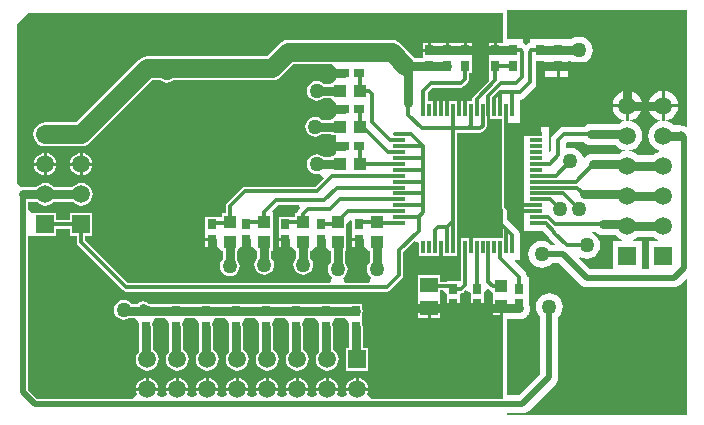
<source format=gtl>
%FSTAX43Y43*%
%MOMM*%
%SFA1B1*%

%IPPOS*%
%ADD10R,0.899998X0.699999*%
%ADD11R,0.699999X0.899998*%
%ADD12R,0.999998X1.099998*%
%ADD13R,1.499997X1.299997*%
%ADD14R,0.299999X1.099998*%
%ADD15R,1.099998X0.299999*%
%ADD16R,1.099998X0.999998*%
%ADD17O,1.099998X0.299999*%
%ADD18C,0.499999*%
%ADD19C,0.299999*%
%ADD20C,0.799998*%
%ADD21C,1.599997*%
%ADD22C,1.499997*%
%ADD23R,1.499997X1.499997*%
%ADD24C,1.269997*%
%LNpcb2-1*%
%LPD*%
G36*
X0098605Y0069952D02*
X0098824Y0069861D01*
X0099059Y006983*
X0100115*
X0100199Y0069719*
X0100461Y0069519*
X0100638Y0069446*
X0100613Y0069321*
X0099841*
Y0066922*
X0097975*
X0097046Y0067852*
X0097117Y0067957*
X0097366Y0067854*
X0097662Y0067815*
X0097958Y0067854*
X0098234Y0067969*
X0098471Y0068151*
X0098653Y0068388*
X0098768Y0068664*
X0098807Y006896*
X0098768Y0069256*
X0098653Y0069532*
X0098471Y0069769*
X0098234Y0069951*
X0097978Y0070058*
X0097958Y0070066*
X0097959Y0070082*
X0098435*
X0098605Y0069952*
G37*
G36*
X0089464Y0079658D02*
X009048D01*
Y0078782*
X0090446Y0078612*
X009048Y0078442*
Y0072229*
X0090507Y0072092*
X009055Y0072029*
Y0069558*
X0087964*
Y0068808*
X008771*
Y0069558*
X0086964*
Y0068808*
Y0068058*
X008698*
Y0065942*
X0086909*
X0085809*
Y0065888*
X0085277*
Y0066442*
X0083377*
Y0064896*
Y0064742*
Y0064542*
Y0063819*
X0085277*
Y0064388*
Y0064542*
Y006457*
Y0064642*
Y0064742*
Y0064896*
Y0065174*
X0085455*
X0085809Y0064821*
Y0064642*
Y0064119*
X0086909*
Y0064288*
Y0064416*
Y0064642*
Y0064835*
X0087009Y0064935*
X0087146Y0064962*
X0087261Y006504*
X0087379Y0065157*
X0087841Y0064966*
Y0064642*
Y0064119*
X0088941*
Y0064288*
Y0064416*
Y0064642*
Y0064742*
Y0064773*
Y0064989*
Y0064996*
X0089323Y0065234*
X0089723Y0064967*
Y0064742*
Y0064542*
Y0063919*
X0090423*
Y0063792*
X009055*
Y0063042*
Y0055957*
X0079494*
X0079247Y0056146*
X0079095Y0056373*
X0079157Y005652*
X0079172Y0056641*
X007729*
X0077305Y005652*
X0077367Y0056373*
X0077246Y0056192*
X0076961Y0056145*
X0076676Y0056192*
X0076555Y0056373*
X0076617Y005652*
X0076632Y0056641*
X007475*
X0074765Y005652*
X0074827Y0056373*
X0074706Y0056192*
X0074421Y0056145*
X0074136Y0056192*
X0074015Y0056373*
X0074077Y005652*
X0074092Y0056641*
X007221*
X0072225Y005652*
X0072287Y0056373*
X0072166Y0056192*
X0071881Y0056145*
X0071596Y0056192*
X0071475Y0056373*
X0071537Y005652*
X0071552Y0056641*
X006967*
X0069685Y005652*
X0069747Y0056373*
X0069626Y0056192*
X0069341Y0056145*
X0069056Y0056192*
X0068935Y0056373*
X0068997Y005652*
X0069012Y0056641*
X006713*
X0067145Y005652*
X0067207Y0056373*
X0067086Y0056192*
X0066801Y0056145*
X0066516Y0056192*
X0066395Y0056373*
X0066457Y005652*
X0066472Y0056641*
X006459*
X0064605Y005652*
X0064667Y0056373*
X0064546Y0056192*
X0064261Y0056145*
X0063976Y0056192*
X0063855Y0056373*
X0063917Y005652*
X0063932Y0056641*
X006205*
X0062065Y005652*
X0062127Y0056373*
X0062006Y0056192*
X0061721Y0056145*
X0061436Y0056192*
X0061315Y0056373*
X0061377Y005652*
X0061392Y0056641*
X005951*
X0059525Y005652*
X0059587Y0056373*
X0059435Y0056146*
X0059188Y0055957*
X0051116*
X0050369Y0056704*
Y0069788*
X0050865*
X0052765*
Y0070381*
X0053913*
Y0069788*
X0054506*
Y0069214*
X0054533Y0069077*
X0054611Y0068962*
X0058421Y0065152*
X0058536Y0065074*
X0058673Y0065047*
X0080771*
X0080908Y0065074*
X0081023Y0065152*
X0082039Y0066168*
X0082117Y0066283*
X0082144Y006642*
Y0068431*
X0083025Y0069312*
X0083487Y0069121*
Y0068058*
X008521*
Y0068808*
X0085464*
Y0068058*
X008671*
Y0068808*
Y0069558*
X0086694*
Y0078509*
X0088645*
X0088782Y0078536*
X0088897Y0078614*
X0089089Y0078806*
X0089167Y0078921*
X0089194Y0079058*
Y0079658*
X008921*
Y0080408*
X0089464*
Y0079658*
G37*
G36*
X0077808Y0071023D02*
Y0070457D01*
Y0070103*
Y006958*
X0078358*
Y0069453*
X0078485*
Y0068803*
X0078908*
X0079182Y0068503*
X0079262*
X007927*
Y0067502*
X0079153Y0067349*
X0079068Y0067146*
X007904Y0066928*
X0079068Y006671*
X0079153Y0066507*
X0079286Y0066332*
X0079414Y0066234*
X0079254Y0065761*
X0077208*
X0077048Y0066234*
X0077176Y0066332*
X0077309Y0066507*
X0077394Y006671*
X0077422Y0066928*
X0077394Y0067146*
X0077309Y0067349*
X0077192Y0067502*
Y0068503*
X007728*
Y0069849*
Y0070003*
Y0070031*
Y0070103*
Y0070203*
Y0070357*
Y0070792*
X0077696Y007107*
X0077808Y0071023*
G37*
G36*
X0103509Y0069519D02*
X0103686Y0069446D01*
X0103661Y0069321*
X0102889*
Y0066922*
X0102341*
Y0069321*
X0101569*
X0101544Y0069446*
X0101721Y0069519*
X0101961Y0069703*
X0103269*
X0103509Y0069519*
G37*
G36*
X0106171Y0079057D02*
X0106057Y0079001D01*
X0106041Y0079013*
X0105859Y0079089*
X0105798Y0079097*
X0105771Y0079108*
X0105536Y0079139*
X0105009*
X0104769Y0079323*
X0104465Y0079449*
X0104139Y0079492*
X0103813Y0079449*
X0103509Y0079323*
X0103247Y0079123*
X0103047Y0078861*
X0102921Y0078557*
X0102878Y0078231*
X0102921Y0077905*
X0103047Y0077601*
X0103247Y0077339*
X0103509Y0077139*
X0103785Y0077024*
Y0076897*
X0103509Y0076783*
X0103269Y0076599*
X0101961*
X0101721Y0076783*
X0101417Y0076909*
X0101091Y0076952*
X0100765Y0076909*
X0100461Y0076783*
X0100386Y0076726*
X009817*
X0097935Y0076695*
X0097716Y0076604*
X0097528Y007646*
X0097479Y0076395*
X0097353Y0076412*
X0097256Y0076644*
X0097074Y0076881*
X0096837Y0077063*
X0096561Y0077178*
X0096265Y0077217*
X0096Y0077182*
X0095905Y0077266*
Y0077578*
X0096029Y0077702*
X0097419*
X0097589Y0077572*
X0097808Y0077481*
X0098043Y007745*
X0100115*
X0100199Y0077339*
X0100461Y0077139*
X0100765Y0077013*
X0101091Y007697*
X0101417Y0077013*
X0101721Y0077139*
X0101983Y0077339*
X0102183Y0077601*
X0102309Y0077905*
X0102352Y0078231*
X0102309Y0078557*
X0102183Y0078861*
X0101983Y0079123*
X0101721Y0079323*
X0101417Y0079449*
X0101091Y0079492*
X0100765Y0079449*
X0100461Y0079323*
X0100386Y0079266*
X0098043*
X0097808Y0079235*
X0097589Y0079144*
X0097419Y0079014*
X0095757*
X0095587Y0078991*
X0095541Y0078972*
X0095429Y0078926*
X0095293Y0078822*
X0094785Y0078314*
X0094681Y0078178*
X0094648Y0078099*
X0094616Y007802*
X0094593Y007785*
Y0076911*
X0094488Y007684*
X0094437Y0076861*
Y0077208*
Y0077708*
Y0079008*
X0093514*
Y0078508*
X009326*
Y0079008*
X0092337*
Y0077708*
Y0077208*
Y0076708*
Y0076508*
Y0075208*
Y0074708*
Y0074208*
Y0074008*
Y0072708*
Y0072208*
Y0071708*
Y0071208*
Y0070708*
Y0070208*
X0093344*
X0093387Y0070202*
X0093896*
X0094339Y006976*
X0094355Y006972*
X0094459Y0069585*
X0094972Y0069072*
X0094923Y0068954*
X0094702*
X0094661Y0069007*
X0094424Y0069189*
X0094148Y0069304*
X0093852Y0069343*
X0093556Y0069304*
X009328Y0069189*
X0093043Y0069007*
X0092861Y006877*
X0092746Y0068494*
X0092707Y0068198*
X0092746Y0067902*
X0092861Y0067626*
X0093043Y0067389*
X009328Y0067207*
X0093556Y0067092*
X0093852Y0067053*
X0094148Y0067092*
X0094424Y0067207*
X0094661Y0067389*
X0094702Y0067442*
X0095317*
X0097127Y0065631*
X0097284Y0065511*
X0097466Y0065435*
X0097564Y0065422*
X0097662Y006541*
X0105028*
X0105224Y0065435*
X0105406Y0065511*
X0105563Y0065631*
X0106054Y0066122*
X0106171Y0066073*
Y0054609*
X0090931*
Y0054742*
X0092201*
X0092397Y0054767*
X0092579Y0054843*
X0092736Y0054963*
X0095022Y0057249*
X0095142Y0057406*
X0095218Y0057588*
X0095243Y0057784*
Y0062903*
X0095296Y0062944*
X0095478Y0063181*
X0095593Y0063457*
X0095632Y0063753*
X0095593Y0064049*
X0095478Y0064325*
X0095296Y0064562*
X0095059Y0064744*
X0094783Y0064859*
X0094487Y0064898*
X0094191Y0064859*
X0093915Y0064744*
X0093678Y0064562*
X0093496Y0064325*
X0093381Y0064049*
X0093342Y0063753*
X0093381Y0063457*
X0093496Y0063181*
X0093678Y0062944*
X0093731Y0062903*
Y0058097*
X0091888Y0056254*
X0090931*
Y0062718*
X0091947*
X0092182Y0062749*
X0092401Y006284*
X0092589Y0062984*
X0092633Y0063042*
X0092797*
Y0063326*
X0092824Y0063391*
X0092855Y0063626*
X0092824Y0063861*
X0092797Y0063926*
Y0064342*
Y0066242*
X0092603*
Y0066293*
X009258Y0066463*
X0092553Y0066528*
X0092515Y0066621*
X0092411Y0066757*
X0091526Y0067641*
X0091575Y0067758*
X0091987*
Y0068765*
X0091993Y0068808*
Y0069824*
X009197Y0069994*
X0091943Y0070059*
X0091905Y0070152*
X0091801Y0070288*
X0091014Y0071075*
X0090931Y0071138*
Y0079358*
X0091987*
Y0080365*
X0091993Y0080408*
Y0081286*
X0092142Y0081306*
X0092207Y0081333*
X00923Y0081371*
X0092436Y0081475*
X00933Y0082339*
X0093404Y0082475*
X0093437Y0082554*
X0093469Y0082633*
X0093492Y0082803*
Y0083235*
X0093598*
Y0084185*
X0093852*
Y0083235*
X0095122*
Y0084185*
X0095249*
Y0084312*
X0096099*
Y0084535*
Y0084577*
X0096331*
X009644Y0084494*
X0096716Y0084379*
X0097012Y008434*
X0097308Y0084379*
X0097584Y0084494*
X0097821Y0084676*
X0098003Y0084913*
X0098118Y0085189*
X0098157Y0085485*
X0098118Y0085781*
X0098003Y0086057*
X0097821Y0086294*
X0097584Y0086476*
X0097308Y0086591*
X0097012Y008663*
X0096716Y0086591*
X009644Y0086476*
X0096331Y0086393*
X0096099*
Y0086435*
X0092875*
Y0086127*
X0092808Y0086118*
X0092762Y0086099*
X009265Y0086053*
X0092519Y0085952*
X0092387Y0086053*
X0092308Y0086086*
X0092289Y0086093*
Y0086435*
X0090931*
Y0088899*
X0106171*
Y0079057*
G37*
G36*
X009055Y0086135D02*
D01*
X0090465*
X0090196*
X0090042*
Y0085485*
X0089915*
Y0085358*
X0089365*
Y0085189*
Y0084835*
Y0083535*
Y0082885*
X0088085Y0081604*
X0088007Y0081489*
X008798Y0081352*
Y0081158*
X0087464*
Y0080408*
X008721*
Y0081158*
X0086964*
Y0080408*
X008671*
Y0081158*
X0085964*
Y0080408*
X008571*
Y0081158*
X0085464*
Y0080408*
X008521*
Y0081158*
X0084964*
Y0080408*
X008471*
Y0081158*
X0084194*
Y0081911*
X0084602Y0082319*
X0086994*
X0087131Y0082346*
X0087246Y0082424*
X0087627Y0082805*
X0087705Y008292*
X0087732Y0083057*
Y0083535*
X0087925*
Y0084481*
Y0084609*
Y0084835*
Y0085085*
Y0085189*
Y0085358*
X0087375*
Y0085485*
X0087248*
Y0086135*
X0086825*
X0086401*
X0085978*
Y0085485*
X0085724*
Y0086135*
X0085301*
X0084877*
X0084454*
Y0085485*
X0084327*
Y0085358*
X0083777*
Y0085189*
Y0084835*
Y0084797*
X0083086*
X0083008Y0084898*
X008185Y0086056*
X0081641Y0086216*
X0081398Y0086317*
X0081137Y0086352*
X0072389*
X0072128Y0086317*
X0071885Y0086216*
X0071676Y0086056*
X0070574Y0084955*
X0060451*
X006019Y008492*
X0059947Y008482*
X0059738Y0084659*
X0054445Y0079367*
X0051815*
X0051554Y0079332*
X0051311Y0079231*
X0051102Y0079071*
X0050942Y0078862*
X0050841Y0078619*
X0050806Y0078358*
X0050841Y0078097*
X0050942Y0077854*
X0051102Y0077645*
X0051311Y0077484*
X0051554Y0077384*
X0051815Y0077349*
X0054863*
X0055124Y0077384*
X0055367Y0077484*
X0055576Y0077645*
X0060869Y0082937*
X0061548*
X0061681Y0082836*
X0061884Y0082751*
X0062102Y0082723*
X006232Y0082751*
X0062523Y0082836*
X0062656Y0082937*
X0070992*
X0071253Y0082972*
X0071496Y0083073*
X0071705Y0083233*
X0072807Y0084334*
X0076069*
X0076423Y0083981*
Y0083692*
X0077073*
Y0083438*
X0076423*
Y0083095*
Y0083015*
X0076149Y0082741*
X0075996*
Y0082653*
X0075376*
X0075223Y008277*
X007502Y0082855*
X0074802Y0082883*
X0074584Y0082855*
X0074381Y008277*
X0074206Y0082637*
X0074073Y0082462*
X0073988Y0082259*
X007396Y0082041*
X0073988Y0081823*
X0074073Y008162*
X0074206Y0081445*
X0074381Y0081312*
X0074584Y0081227*
X0074802Y0081199*
X007502Y0081227*
X0075223Y0081312*
X0075376Y0081429*
X0075996*
Y0081341*
X0076069*
X0076423Y0080987*
Y0080644*
X0077073*
Y008039*
X0076423*
Y0080047*
Y0079967*
X0076149Y0079693*
X0075996*
Y0079605*
X0075249*
X0075096Y0079722*
X0074893Y0079807*
X0074675Y0079835*
X0074457Y0079807*
X0074254Y0079722*
X0074079Y0079589*
X0073946Y0079414*
X0073861Y0079211*
X0073833Y0078993*
X0073861Y0078775*
X0073946Y0078572*
X0074079Y0078397*
X0074254Y0078264*
X0074457Y0078179*
X0074675Y0078151*
X0074893Y0078179*
X0075096Y0078264*
X0075249Y0078381*
X0075996*
Y0078293*
X0076423*
Y0077892*
Y0077469*
X0077073*
Y0077215*
X0076423*
Y0076872*
Y0076792*
X0076149Y0076518*
X0075996*
Y007643*
X0075376*
X0075223Y0076547*
X007502Y0076632*
X0074802Y007666*
X0074584Y0076632*
X0074381Y0076547*
X0074206Y0076414*
X0074073Y0076239*
X0073988Y0076036*
X007396Y0075818*
X0073988Y00756*
X0074073Y0075397*
X0074206Y0075222*
X0074381Y0075089*
X0074584Y0075004*
X0074802Y0074976*
X007502Y0075004*
X0075116Y0075044*
X0075376Y0074655*
Y0074611*
X0074654Y0073889*
X0068706*
X0068569Y0073862*
X0068454Y0073784*
X0067184Y0072514*
X0067106Y0072399*
X0067079Y0072262*
Y0071703*
X0066736*
Y0071403*
X0066462*
X0065362*
Y0070457*
Y0070103*
Y006958*
X0065912*
Y0069453*
X0066039*
Y0068803*
X0066462*
X0066736Y0068503*
X0066816*
X0066824*
Y0067756*
X0066707Y0067603*
X0066622Y00674*
X0066594Y0067182*
X0066622Y0066964*
X0066707Y0066761*
X006684Y0066586*
X0067015Y0066453*
X0067218Y0066368*
X0067436Y006634*
X0067654Y0066368*
X0067857Y0066453*
X0068032Y0066586*
X0068165Y0066761*
X006825Y0066964*
X0068278Y0067182*
X006825Y00674*
X0068165Y0067603*
X0068048Y0067756*
Y0068503*
X0068136*
Y0068656*
X0068283Y0068803*
X006849*
X0068706*
Y0069453*
X006896*
Y0068803*
X0069383*
X0069657Y0068503*
X0069737*
X0069745*
Y0067883*
X0069628Y006773*
X0069543Y0067527*
X0069515Y0067309*
X0069543Y0067091*
X0069628Y0066888*
X0069761Y0066713*
X0069936Y006658*
X0070139Y0066495*
X0070357Y0066467*
X0070575Y0066495*
X0070778Y006658*
X0070953Y0066713*
X0071086Y0066888*
X0071171Y0067091*
X0071199Y0067309*
X0071171Y0067527*
X0071086Y006773*
X0070969Y0067883*
Y0068503*
X0071057*
Y0069849*
Y0070003*
Y0070031*
Y0070103*
Y0070203*
Y0070357*
Y0071703*
X0070985Y0071877*
X0071521Y0072413*
X0073287*
X0073409Y0072119*
X0073131Y0071703*
X0072959*
Y0071403*
X0072685*
X0071585*
Y0070457*
Y0070103*
Y006958*
X0072135*
Y0069453*
X0072262*
Y0068803*
X0072685*
X0072959Y0068503*
X0073039*
X0073047*
Y0067883*
X007293Y006773*
X0072845Y0067527*
X0072817Y0067309*
X0072845Y0067091*
X007293Y0066888*
X0073063Y0066713*
X0073238Y006658*
X0073441Y0066495*
X0073659Y0066467*
X0073877Y0066495*
X007408Y006658*
X0074255Y0066713*
X0074388Y0066888*
X0074473Y0067091*
X0074501Y0067309*
X0074473Y0067527*
X0074388Y006773*
X0074271Y0067883*
Y0068503*
X0074359*
Y0068529*
X0074633Y0068803*
X0074713*
X0075056*
Y0069453*
X007531*
Y0068803*
X0075615*
X0075847Y0068571*
X007588Y0068503*
X0075915*
X0075968Y0068449*
Y0067502*
X0075851Y0067349*
X0075766Y0067146*
X0075738Y0066928*
X0075766Y006671*
X0075851Y0066507*
X0075984Y0066332*
X0076112Y0066234*
X0075952Y0065761*
X0058821*
X005522Y0069362*
Y0069788*
X0055813*
Y0071688*
X0053913*
Y0071095*
X0052765*
Y0071688*
X0050865*
X0050722*
X0050369Y0072042*
Y0072666*
X0051087*
X0051137Y00726*
X0051336Y0072448*
X0051567Y0072352*
X0051815Y007232*
X0052063Y0072352*
X0052294Y0072448*
X0052493Y00726*
X0052543Y0072666*
X0054135*
X0054185Y00726*
X0054384Y0072448*
X0054615Y0072352*
X0054863Y007232*
X0055111Y0072352*
X0055342Y0072448*
X0055541Y00726*
X0055693Y0072799*
X0055789Y007303*
X0055821Y0073278*
X0055789Y0073526*
X0055693Y0073757*
X0055541Y0073956*
X0055342Y0074108*
X0055111Y0074204*
X0054863Y0074236*
X0054615Y0074204*
X0054384Y0074108*
X0054185Y0073956*
X0054135Y007389*
X0052543*
X0052493Y0073956*
X0052294Y0074108*
X0052063Y0074204*
X0051815Y0074236*
X0051567Y0074204*
X0051336Y0074108*
X0051137Y0073956*
X0051087Y007389*
X004991*
X0049789Y0073866*
X0049506Y0074097*
X0049402Y0074253*
Y0087629*
X0050291Y0088518*
X0050418Y0088645*
X009055*
Y0086135*
G37*
%LNpcb2-2*%
%LPC*%
G36*
X0078358Y0057709D02*
Y0056895D01*
X0079172*
X0079157Y0057016*
X0079061Y0057247*
X0078909Y0057446*
X007871Y0057598*
X0078479Y0057694*
X0078358Y0057709*
G37*
G36*
X0058449Y0064341D02*
X0058231Y0064313D01*
X0058028Y0064228*
X0057853Y0064095*
X005772Y006392*
X0057635Y0063717*
X0057607Y0063499*
X0057635Y0063281*
X005772Y0063078*
X0057853Y0062903*
X0058028Y006277*
X0058231Y0062685*
X0058449Y0062657*
X0058667Y0062685*
X005887Y006277*
X0058877Y0062775*
X005942*
X005966Y0062536*
X0059768Y0062334*
X0059759Y0062321*
X0059712Y0062087*
Y0059906*
X0059621Y0059787*
X0059525Y0059556*
X0059493Y0059308*
X0059525Y005906*
X0059621Y0058829*
X0059773Y005863*
X0059972Y0058478*
X0060203Y0058382*
X0060451Y005835*
X0060699Y0058382*
X006093Y0058478*
X0061129Y005863*
X0061281Y0058829*
X0061377Y005906*
X0061409Y0059308*
X0061377Y0059556*
X0061281Y0059787*
X0061129Y0059986*
X0060936Y0060133*
Y0062087*
X0060889Y0062321*
X006088Y0062334*
X0061116Y0062775*
X006196*
X00622Y0062536*
X0062308Y0062334*
X0062299Y0062321*
X0062252Y0062087*
Y0059906*
X0062161Y0059787*
X0062065Y0059556*
X0062033Y0059308*
X0062065Y005906*
X0062161Y0058829*
X0062313Y005863*
X0062512Y0058478*
X0062743Y0058382*
X0062991Y005835*
X0063239Y0058382*
X006347Y0058478*
X0063669Y005863*
X0063821Y0058829*
X0063917Y005906*
X0063949Y0059308*
X0063917Y0059556*
X0063821Y0059787*
X0063669Y0059986*
X0063476Y0060133*
Y0062087*
X0063429Y0062321*
X006342Y0062334*
X0063656Y0062775*
X00645*
X006474Y0062536*
X0064848Y0062334*
X0064839Y0062321*
X0064792Y0062087*
Y0059906*
X0064701Y0059787*
X0064605Y0059556*
X0064573Y0059308*
X0064605Y005906*
X0064701Y0058829*
X0064853Y005863*
X0065052Y0058478*
X0065283Y0058382*
X0065531Y005835*
X0065779Y0058382*
X006601Y0058478*
X0066209Y005863*
X0066361Y0058829*
X0066457Y005906*
X0066489Y0059308*
X0066457Y0059556*
X0066361Y0059787*
X0066209Y0059986*
X0066016Y0060133*
Y0062087*
X0065969Y0062321*
X006596Y0062334*
X0066196Y0062775*
X006704*
X006728Y0062536*
X0067388Y0062334*
X0067379Y0062321*
X0067332Y0062087*
Y0059906*
X0067241Y0059787*
X0067145Y0059556*
X0067113Y0059308*
X0067145Y005906*
X0067241Y0058829*
X0067393Y005863*
X0067592Y0058478*
X0067823Y0058382*
X0068071Y005835*
X0068319Y0058382*
X006855Y0058478*
X0068749Y005863*
X0068901Y0058829*
X0068997Y005906*
X0069029Y0059308*
X0068997Y0059556*
X0068901Y0059787*
X0068749Y0059986*
X0068556Y0060133*
Y0062087*
X0068509Y0062321*
X00685Y0062334*
X0068736Y0062775*
X006958*
X006982Y0062536*
X0069928Y0062334*
X0069919Y0062321*
X0069872Y0062087*
Y0059906*
X0069781Y0059787*
X0069685Y0059556*
X0069653Y0059308*
X0069685Y005906*
X0069781Y0058829*
X0069933Y005863*
X0070132Y0058478*
X0070363Y0058382*
X0070611Y005835*
X0070859Y0058382*
X007109Y0058478*
X0071289Y005863*
X0071441Y0058829*
X0071537Y005906*
X0071569Y0059308*
X0071537Y0059556*
X0071441Y0059787*
X0071289Y0059986*
X0071096Y0060133*
Y0062087*
X0071049Y0062321*
X007104Y0062334*
X0071276Y0062775*
X007212*
X007236Y0062536*
X0072468Y0062334*
X0072459Y0062321*
X0072412Y0062087*
Y0059906*
X0072321Y0059787*
X0072225Y0059556*
X0072193Y0059308*
X0072225Y005906*
X0072321Y0058829*
X0072473Y005863*
X0072672Y0058478*
X0072903Y0058382*
X0073151Y005835*
X0073399Y0058382*
X007363Y0058478*
X0073829Y005863*
X0073981Y0058829*
X0074077Y005906*
X0074109Y0059308*
X0074077Y0059556*
X0073981Y0059787*
X0073829Y0059986*
X0073636Y0060133*
Y0062087*
X0073589Y0062321*
X007358Y0062334*
X0073816Y0062775*
X007466*
X00749Y0062536*
X0075008Y0062334*
X0074999Y0062321*
X0074952Y0062087*
Y0059906*
X0074861Y0059787*
X0074765Y0059556*
X0074733Y0059308*
X0074765Y005906*
X0074861Y0058829*
X0075013Y005863*
X0075212Y0058478*
X0075443Y0058382*
X0075691Y005835*
X0075939Y0058382*
X007617Y0058478*
X0076369Y005863*
X0076521Y0058829*
X0076617Y005906*
X0076649Y0059308*
X0076617Y0059556*
X0076521Y0059787*
X0076369Y0059986*
X0076176Y0060133*
Y0062087*
X0076129Y0062321*
X007612Y0062334*
X0076356Y0062775*
X00772*
X007744Y0062536*
X0077548Y0062334*
X0077539Y0062321*
X0077492Y0062087*
Y0060258*
X0077281*
Y0058358*
X0079181*
Y0060258*
X0078716*
Y0062087*
X0078669Y0062321*
X0078654Y0062344*
Y0062383*
Y0062511*
Y0062737*
Y0062934*
Y0063011*
Y0063091*
Y006313*
X0078669Y0063153*
X0078716Y0063387*
X0078669Y0063621*
X0078654Y0063644*
Y0064037*
X0077554*
Y0063999*
X0076114*
Y0064037*
X0075014*
Y0063999*
X0073574*
Y0064037*
X0072474*
Y0063999*
X0071034*
Y0064037*
X0069934*
Y0063999*
X0068494*
Y0064037*
X0067394*
Y0063999*
X0065954*
Y0064037*
X0064854*
Y0063999*
X0063414*
Y0064037*
X0062314*
Y0063999*
X0060874*
Y0064037*
X0060539*
X0060518Y0064059*
X0060319Y0064191*
X0060085Y0064238*
X0059851Y0064191*
X0059652Y0064059*
X0059612Y0063999*
X0059118*
X0059045Y0064095*
X005887Y0064228*
X0058667Y0064313*
X0058449Y0064341*
G37*
G36*
X0078104Y0057709D02*
X0077983Y0057694D01*
X0077752Y0057598*
X0077553Y0057446*
X0077401Y0057247*
X0077305Y0057016*
X007729Y0056895*
X0078104*
Y0057709*
G37*
G36*
X0075564D02*
X0075443Y0057694D01*
X0075212Y0057598*
X0075013Y0057446*
X0074861Y0057247*
X0074765Y0057016*
X007475Y0056895*
X0075564*
Y0057709*
G37*
G36*
X0075818D02*
Y0056895D01*
X0076632*
X0076617Y0057016*
X0076521Y0057247*
X0076369Y0057446*
X007617Y0057598*
X0075939Y0057694*
X0075818Y0057709*
G37*
G36*
X00842Y0063565D02*
X0083377D01*
Y0062842*
X00842*
Y0063565*
G37*
G36*
X0086909Y0063865D02*
X0086486D01*
Y0063342*
X0086909*
Y0063865*
G37*
G36*
X0088264D02*
X0087841D01*
Y0063342*
X0088264*
Y0063865*
G37*
G36*
X0086232D02*
X0085809D01*
Y0063342*
X0086232*
Y0063865*
G37*
G36*
X0085277Y0063565D02*
X0084454D01*
Y0062842*
X0085277*
Y0063565*
G37*
G36*
X0090296Y0063665D02*
X0089723D01*
Y0063042*
X0090296*
Y0063665*
G37*
G36*
X0073278Y0057709D02*
Y0056895D01*
X0074092*
X0074077Y0057016*
X0073981Y0057247*
X0073829Y0057446*
X007363Y0057598*
X0073399Y0057694*
X0073278Y0057709*
G37*
G36*
X0063118D02*
Y0056895D01*
X0063932*
X0063917Y0057016*
X0063821Y0057247*
X0063669Y0057446*
X006347Y0057598*
X0063239Y0057694*
X0063118Y0057709*
G37*
G36*
X0065404D02*
X0065283Y0057694D01*
X0065052Y0057598*
X0064853Y0057446*
X0064701Y0057247*
X0064605Y0057016*
X006459Y0056895*
X0065404*
Y0057709*
G37*
G36*
X0062864D02*
X0062743Y0057694D01*
X0062512Y0057598*
X0062313Y0057446*
X0062161Y0057247*
X0062065Y0057016*
X006205Y0056895*
X0062864*
Y0057709*
G37*
G36*
X0060324D02*
X0060203Y0057694D01*
X0059972Y0057598*
X0059773Y0057446*
X0059621Y0057247*
X0059525Y0057016*
X005951Y0056895*
X0060324*
Y0057709*
G37*
G36*
X0060578D02*
Y0056895D01*
X0061392*
X0061377Y0057016*
X0061281Y0057247*
X0061129Y0057446*
X006093Y0057598*
X0060699Y0057694*
X0060578Y0057709*
G37*
G36*
X0065658D02*
Y0056895D01*
X0066472*
X0066457Y0057016*
X0066361Y0057247*
X0066209Y0057446*
X006601Y0057598*
X0065779Y0057694*
X0065658Y0057709*
G37*
G36*
X0070738D02*
Y0056895D01*
X0071552*
X0071537Y0057016*
X0071441Y0057247*
X0071289Y0057446*
X007109Y0057598*
X0070859Y0057694*
X0070738Y0057709*
G37*
G36*
X0073024D02*
X0072903Y0057694D01*
X0072672Y0057598*
X0072473Y0057446*
X0072321Y0057247*
X0072225Y0057016*
X007221Y0056895*
X0073024*
Y0057709*
G37*
G36*
X0070484D02*
X0070363Y0057694D01*
X0070132Y0057598*
X0069933Y0057446*
X0069781Y0057247*
X0069685Y0057016*
X006967Y0056895*
X0070484*
Y0057709*
G37*
G36*
X0067944D02*
X0067823Y0057694D01*
X0067592Y0057598*
X0067393Y0057446*
X0067241Y0057247*
X0067145Y0057016*
X006713Y0056895*
X0067944*
Y0057709*
G37*
G36*
X0068198D02*
Y0056895D01*
X0069012*
X0068997Y0057016*
X0068901Y0057247*
X0068749Y0057446*
X006855Y0057598*
X0068319Y0057694*
X0068198Y0057709*
G37*
G36*
X0088941Y0063865D02*
X0088518D01*
Y0063342*
X0088941*
Y0063865*
G37*
G36*
X0100964Y0080644D02*
X0099847D01*
X0099873Y0080445*
X0099999Y0080141*
X0100199Y0079879*
X0100461Y0079679*
X0100765Y0079553*
X0100964Y0079527*
Y0080644*
G37*
G36*
X0102335D02*
X0101218D01*
Y0079527*
X0101417Y0079553*
X0101721Y0079679*
X0101983Y0079879*
X0102183Y0080141*
X0102309Y0080445*
X0102335Y0080644*
G37*
G36*
X005499Y0076759D02*
Y0075945D01*
X0055804*
X0055789Y0076066*
X0055693Y0076297*
X0055541Y0076496*
X0055342Y0076648*
X0055111Y0076744*
X005499Y0076759*
G37*
G36*
X0051942D02*
Y0075945D01*
X0052756*
X0052741Y0076066*
X0052645Y0076297*
X0052493Y0076496*
X0052294Y0076648*
X0052063Y0076744*
X0051942Y0076759*
G37*
G36*
X0054736D02*
X0054615Y0076744D01*
X0054384Y0076648*
X0054185Y0076496*
X0054033Y0076297*
X0053937Y0076066*
X0053922Y0075945*
X0054736*
Y0076759*
G37*
G36*
X0104012Y0080644D02*
X0102895D01*
X0102921Y0080445*
X0103047Y0080141*
X0103247Y0079879*
X0103509Y0079679*
X0103813Y0079553*
X0104012Y0079527*
Y0080644*
G37*
G36*
Y0082015D02*
X0103813Y0081989D01*
X0103509Y0081863*
X0103247Y0081663*
X0103047Y0081401*
X0102921Y0081097*
X0102895Y0080898*
X0104012*
Y0082015*
G37*
G36*
X0104266D02*
Y0080898D01*
X0105383*
X0105357Y0081097*
X0105231Y0081401*
X0105031Y0081663*
X0104769Y0081863*
X0104465Y0081989*
X0104266Y0082015*
G37*
G36*
X0101218D02*
Y0080898D01*
X0102335*
X0102309Y0081097*
X0102183Y0081401*
X0101983Y0081663*
X0101721Y0081863*
X0101417Y0081989*
X0101218Y0082015*
G37*
G36*
X0105383Y0080644D02*
X0104266D01*
Y0079527*
X0104465Y0079553*
X0104769Y0079679*
X0105031Y0079879*
X0105231Y0080141*
X0105357Y0080445*
X0105383Y0080644*
G37*
G36*
X0100964Y0082015D02*
X0100765Y0081989D01*
X0100461Y0081863*
X0100199Y0081663*
X0099999Y0081401*
X0099873Y0081097*
X0099847Y0080898*
X0100964*
Y0082015*
G37*
G36*
X0051688Y0076759D02*
X0051567Y0076744D01*
X0051336Y0076648*
X0051137Y0076496*
X0050985Y0076297*
X0050889Y0076066*
X0050874Y0075945*
X0051688*
Y0076759*
G37*
G36*
X00842Y0086135D02*
X0083777D01*
Y0085612*
X00842*
Y0086135*
G37*
G36*
X0065785Y0069326D02*
X0065362D01*
Y0068803*
X0065785*
Y0069326*
G37*
G36*
X0087925Y0086135D02*
X0087502D01*
Y0085612*
X0087925*
Y0086135*
G37*
G36*
X0096099Y0084058D02*
X0095376D01*
Y0083235*
X0096099*
Y0084058*
G37*
G36*
X0089788Y0086135D02*
X0089365D01*
Y0085612*
X0089788*
Y0086135*
G37*
G36*
X0072008Y0069326D02*
X0071585D01*
Y0068803*
X0072008*
Y0069326*
G37*
G36*
X0054736Y0075691D02*
X0053922D01*
X0053937Y007557*
X0054033Y0075339*
X0054185Y007514*
X0054384Y0074988*
X0054615Y0074892*
X0054736Y0074877*
Y0075691*
G37*
G36*
X0055804D02*
X005499D01*
Y0074877*
X0055111Y0074892*
X0055342Y0074988*
X0055541Y007514*
X0055693Y0075339*
X0055789Y007557*
X0055804Y0075691*
G37*
G36*
X0052756D02*
X0051942D01*
Y0074877*
X0052063Y0074892*
X0052294Y0074988*
X0052493Y007514*
X0052645Y0075339*
X0052741Y007557*
X0052756Y0075691*
G37*
G36*
X0078231Y0069326D02*
X0077808D01*
Y0068803*
X0078231*
Y0069326*
G37*
G36*
X0051688Y0075691D02*
X0050874D01*
X0050889Y007557*
X0050985Y0075339*
X0051137Y007514*
X0051336Y0074988*
X0051567Y0074892*
X0051688Y0074877*
Y0075691*
G37*
%LNpcb2-3*%
%LPD*%
G54D10*
X0077073Y0080517D03*
X0078373D03*
X0077073Y0083565D03*
X0078373D03*
X0077073Y0077342D03*
X0078373D03*
G54D11*
X0091947Y0063992D03*
Y0065292D03*
X0089915Y0085485D03*
Y0084185D03*
X0091439Y0085485D03*
Y0084185D03*
X0088391Y0063992D03*
Y0065292D03*
X0087375Y0085485D03*
Y0084185D03*
X0086359Y0063992D03*
Y0065292D03*
X0065912Y0069453D03*
Y0070753D03*
X0093725Y0085485D03*
Y0084185D03*
X0095249Y0085485D03*
Y0084185D03*
X0084327Y0085485D03*
Y0084185D03*
X0085851Y0085485D03*
Y0084185D03*
X0072135Y0069453D03*
Y0070753D03*
X0068833Y0069453D03*
Y0070753D03*
X0075183Y0069453D03*
Y0070753D03*
X0078358Y0069453D03*
Y0070753D03*
X0060324Y0063387D03*
Y0062087D03*
X0062864Y0063387D03*
Y0062087D03*
X0065404Y0063387D03*
Y0062087D03*
X0067944Y0063387D03*
Y0062087D03*
X0070484Y0063387D03*
Y0062087D03*
X0073024Y0063387D03*
Y0062087D03*
X0075564Y0063387D03*
Y0062087D03*
X0078104Y0063387D03*
Y0062087D03*
G54D12*
X0090423Y0065492D03*
Y0063792D03*
X0079882Y0069253D03*
Y0070953D03*
X007658Y0069253D03*
Y0070953D03*
X0073659Y0069253D03*
Y0070953D03*
X0070357Y0069253D03*
Y0070953D03*
X0067436Y0069253D03*
Y0070953D03*
G54D13*
X0084327Y0065592D03*
Y0063692D03*
G54D14*
X0083837Y0080408D03*
X0084337D03*
X0084837D03*
X0085337D03*
X0085837D03*
X0086337D03*
X0086837D03*
X0087337D03*
X0087837D03*
X0088337D03*
X0088837D03*
X0089337D03*
X0089837D03*
X0090337D03*
X0090837D03*
X0091337D03*
Y0068808D03*
X0090837D03*
X0090337D03*
X0089837D03*
X0089337D03*
X0088837D03*
X0088337D03*
X0087837D03*
X0087337D03*
X0086837D03*
X0086337D03*
X0085837D03*
X0085337D03*
X0084837D03*
X0084337D03*
X0083837D03*
G54D15*
X0093387Y0078358D03*
Y0077858D03*
Y0077358D03*
Y0076858D03*
Y0076358D03*
Y0075858D03*
Y0075358D03*
Y0074858D03*
Y0074358D03*
Y0073858D03*
Y0073358D03*
Y0072858D03*
Y0072358D03*
Y0071858D03*
Y0071358D03*
Y0070858D03*
X0081787D03*
Y0071858D03*
Y0072858D03*
Y0073858D03*
Y0074858D03*
Y0075858D03*
Y0076858D03*
Y0077858D03*
Y0077358D03*
Y0076358D03*
Y0075358D03*
Y0074358D03*
Y0073358D03*
Y0072358D03*
Y0071358D03*
G54D16*
X0076746Y0075818D03*
X0078446D03*
X0076746Y0078993D03*
X0078446D03*
X0076746Y0082041D03*
X0078446D03*
G54D17*
X0081787Y0078358D03*
G54D18*
X004991Y0056514D02*
Y0073278D01*
X0094487Y0057784D02*
Y0063753D01*
X0093852Y0068198D02*
X009563D01*
X0097662Y0066166D02*
X0105028D01*
X0105917Y0067055*
Y0078104*
X009563Y0068198D02*
X0097662Y0066166D01*
X0092201Y0055498D02*
X0094487Y0057784D01*
X0050926Y0055498D02*
X0092201D01*
X004991Y0056514D02*
X0050926Y0055498D01*
X0105663Y0078358D02*
X0105917Y0078104D01*
G54D19*
X0096011Y006896D02*
X0097662D01*
X0094923Y0070048D02*
X0096011Y006896D01*
X0094923Y0070048D02*
Y0070103D01*
X0078446Y0082041D02*
X0078477Y0082072D01*
X0078373Y0077342D02*
X0078446Y0077269D01*
X0065912Y0070753D02*
X0066024Y0070865D01*
X0067397*
X0068833Y0070753D02*
X0069033Y0070953D01*
X0070357*
X0072135Y0070753D02*
X0072335Y0070953D01*
X0073659*
X0075056Y0070753D02*
X007638D01*
X0078558Y0070953D02*
X0079882D01*
X0078358Y0070753D02*
X0078558Y0070953D01*
X0081787Y0078358D02*
X0082803D01*
X0083423Y0071358D02*
X0083819Y0071754D01*
X0081787Y0071358D02*
X0083423D01*
X0081787Y0072358D02*
X0083788D01*
X0081787Y0073358D02*
X0083772D01*
X0081787Y0074358D02*
X0083755D01*
X0081787Y0075358D02*
X008374D01*
X0081787Y0076358D02*
X0083787D01*
X0083819Y0071754D02*
Y0077342D01*
X0082549Y0080009D02*
X0083692Y0078866D01*
X0087837Y0079074D02*
Y0080408D01*
X0085837Y0068808D02*
Y0070492D01*
X0084837Y0068808D02*
Y0070232D01*
X0085097Y0070492*
X0085837*
X0088645Y0078866D02*
X0088837Y0079058D01*
Y0080408*
X0083837D02*
Y0082059D01*
X0084454Y0082676*
X0086994*
X0087375Y0083057*
Y0084185*
X0089915Y008293D02*
Y0084185D01*
X0088337Y0081352D02*
X0089915Y008293D01*
X0088337Y0080408D02*
Y0081352D01*
X0089915Y0084185D02*
X0091439D01*
X0084837Y0080408D02*
Y0081662D01*
X0087629Y0082041D02*
X0088645Y0083057D01*
X0085337Y0080408D02*
Y0081908D01*
X0084837Y0081662D02*
X0085216Y0082041D01*
X0085837Y0080408D02*
Y0082027D01*
X0086837Y0080408D02*
Y0082011D01*
X0087337Y0080408D02*
Y0082003D01*
X0085216Y0082041D02*
X0087629D01*
X0091208Y0071858D02*
X0093387D01*
X0090995Y0072358D02*
X0093387D01*
X0090837Y0072229D02*
X0091208Y0071858D01*
X009371Y008547D02*
X0093725Y0085485D01*
X0091439D02*
X0092059D01*
X0090337Y0080408D02*
Y0081923D01*
X0089337Y0080408D02*
Y0081645D01*
X0090368Y0082676*
X0091693*
X0092201Y0083184*
Y0085343*
X0092059Y0085485D02*
X0092201Y0085343D01*
X0091972Y0081939D02*
X0092836Y0082803D01*
Y0085343*
X0092978Y0085485*
X0093725*
X0089837Y0081423D02*
X0090337Y0081923D01*
X0091337Y0080408D02*
Y0081914D01*
X0090353Y0081939D02*
X0091972D01*
X0083423Y0070215D02*
Y0071358D01*
X0086613Y0067436D02*
X0086837Y006766D01*
Y0070454D02*
X0086994Y0070611D01*
X0091337Y0068808D02*
Y0069824D01*
X0090837Y0068808D02*
Y007025D01*
X009055Y0070611D02*
X0091337Y0069824D01*
X0087837Y0068808D02*
Y0070565D01*
X0086994Y0070611D02*
X009055D01*
X0085337Y0067442D02*
Y0068808D01*
X0087337Y006562D02*
Y0068808D01*
X0087009Y0065292D02*
X0087337Y006562D01*
X0086359Y0065292D02*
X0087009D01*
X008612Y0065531D02*
X0086359Y0065292D01*
X00842Y0065531D02*
X008612D01*
X0088337Y0065346D02*
Y0068808D01*
X0089337Y0065855D02*
Y0068808D01*
Y0065855D02*
X00897Y0065492D01*
X0090423*
X0090337Y0067903D02*
Y0068808D01*
Y0067903D02*
X0091947Y0066293D01*
Y0065292D02*
Y0066293D01*
X009671Y0074358D02*
X009817Y0075818D01*
X0093387Y0074358D02*
X009671D01*
X0093387Y0073858D02*
X0096828D01*
X0097408Y0073278*
X0089837Y0080408D02*
Y0081423D01*
X0093387Y0075858D02*
X0094527D01*
X0095249Y007658*
Y007785*
X0095757Y0078358*
X0098043*
X0093387Y0074858D02*
X0095051D01*
X0096265Y0076072*
X0093387Y0072858D02*
X0094526D01*
X0095376Y0072008*
X0093387Y0071358D02*
X0094375D01*
X0093387Y0073358D02*
X0095677D01*
X0097027Y0072008*
X0090837Y0072229D02*
Y0080408D01*
X0094375Y0071358D02*
X0094995Y0070738D01*
X0093387Y0070858D02*
X0094168D01*
X0094923Y0070103*
X0094995Y0070738D02*
X0099059D01*
X0078446Y0078993D02*
Y0080444D01*
X0078373Y0080517D02*
X0078446Y0080444D01*
Y0082041D02*
Y0083492D01*
X0078373Y0083565D02*
X0078446Y0083492D01*
X0079977Y0070858D02*
X0081787D01*
X0077485Y0071858D02*
X0081787D01*
X007638Y0070753D02*
X0077485Y0071858D01*
X0076795Y0072858D02*
X0081787D01*
X0075945Y0072008D02*
X0076795Y0072858D01*
X007404Y0072008D02*
X0075945D01*
X0073659Y0071627D02*
X007404Y0072008D01*
X0073659Y0070953D02*
Y0071627D01*
X0076525Y0073858D02*
X0081787D01*
X0075437Y007277D02*
X0076525Y0073858D01*
X0070357Y0070953D02*
Y0071754D01*
X0076128Y0074858D02*
X0081787D01*
X0074802Y0073532D02*
X0076128Y0074858D01*
X0068706Y0073532D02*
X0074802D01*
X0067436Y0072262D02*
X0068706Y0073532D01*
X0067436Y0070953D02*
Y0072262D01*
X0070357Y0071754D02*
X0071373Y007277D01*
X0075437*
X0078486Y0075858D02*
X0081787D01*
X0078446Y0075818D02*
Y0077269D01*
X0080874Y0076858D02*
X0081787D01*
X0078739Y0078993D02*
X0080874Y0076858D01*
X0078446Y0078993D02*
X0078739D01*
X0081017Y0077858D02*
X0081787D01*
X0079501Y0079374D02*
X0081017Y0077858D01*
X0079501Y0079374D02*
Y0081787D01*
X0079247Y0082041D02*
X0079501Y0081787D01*
X0078446Y0082041D02*
X0079247D01*
X0082549Y0080009D02*
Y0081025D01*
X0081787Y0077358D02*
X0083803D01*
X0082803Y0078358D02*
X0083803Y0077358D01*
X0086837Y006766D02*
Y0070454D01*
X0081787Y0068579D02*
X0083423Y0070215D01*
X0081787Y006642D02*
Y0068579D01*
X0080771Y0065404D02*
X0081787Y006642D01*
X0054863Y0069214D02*
X0058673Y0065404D01*
X0080771*
X0085837Y0070492D02*
X0086337Y0070992D01*
X0087629Y0078866D02*
X0087837Y0079074D01*
X0086337Y0068808D02*
Y0080408D01*
X0083692Y0078866D02*
X0088645D01*
X0054355Y0070738D02*
X0054863Y007023D01*
X0051815Y0070738D02*
X0054355D01*
X0054863Y0069214D02*
Y007023D01*
G54D20*
X0074802Y0082041D02*
X0076746D01*
X0074675Y0078993D02*
X0076746D01*
X0074802Y0075818D02*
X0076746D01*
X0067436Y0067182D02*
Y0069126D01*
X0070357Y0067309D02*
Y0069253D01*
X0073659Y0067309D02*
Y0069253D01*
X0072135Y0067817D02*
Y0069453D01*
X0068833Y0067817D02*
Y0069453D01*
X0065912Y0067817D02*
Y0069453D01*
X0075437Y0077342D02*
X0077073D01*
X0075437Y0080517D02*
X0077073D01*
X0075437Y0083565D02*
X0077073D01*
X007658Y0066928D02*
Y0069253D01*
X0079882Y0066928D02*
Y0069253D01*
X0078358Y006769D02*
Y0069453D01*
X0075183Y0067817D02*
Y0069453D01*
X0088645Y0083057D02*
Y008547D01*
X0093725Y0079628D02*
Y0084185D01*
X0093387Y007929D02*
X0093725Y0079628D01*
X0093387Y0078608D02*
Y007929D01*
X0091058Y0078612D02*
X0093387D01*
X0078104Y0059435D02*
Y0062087D01*
X0075564Y0059435D02*
Y0062087D01*
X0073024Y0059435D02*
Y0062087D01*
X0070484Y0059435D02*
Y0062087D01*
X0067944Y0059435D02*
Y0062087D01*
X0065404Y0059435D02*
Y0062087D01*
X0062864Y0059562D02*
Y0062087D01*
X0060324Y0059435D02*
Y0062087D01*
X0060085Y0063626D02*
X0060324Y0063387D01*
X0093725Y0085485D02*
X0097012D01*
X0081533Y0063626D02*
X0091947D01*
X0098043Y0078358D02*
X0100964D01*
X009817Y0075818D02*
X0100964D01*
X0097408Y0073278D02*
X0100964D01*
X0099059Y0070738D02*
X0100964D01*
X0104139Y0078231D02*
X0105536D01*
X0099074Y0084185D02*
X0101091Y0082168D01*
Y0080771D02*
Y0082168D01*
Y0080771D02*
X0104139D01*
X0093725Y0084185D02*
X0099074D01*
X0101091Y0075691D02*
X0104139D01*
X0101091Y0073151D02*
X0104139D01*
X0101091Y0070611D02*
X0104139D01*
X004991Y0073278D02*
X0054863D01*
X0058449Y0063499D02*
X0058561Y0063387D01*
X0084327Y0085485D02*
X008863D01*
X0088645D02*
X0091439D01*
X0062102Y0083565D02*
Y0083946D01*
X0082549Y0081025D02*
Y0084185D01*
X0058561Y0063387D02*
X0078104D01*
X0082295Y0084185D02*
X0085851D01*
G54D21*
X0051815Y0078358D02*
X0054863D01*
X0070992Y0083946D02*
X0072389Y0085343D01*
X0081137D02*
X0082295Y0084185D01*
X0054863Y0078358D02*
X0060451Y0083946D01*
X0072389Y0085343D02*
X0081137D01*
X0060451Y0083946D02*
X0070992D01*
G54D22*
X0054863Y0078358D03*
Y0075818D03*
X0060451Y0056768D03*
Y0059308D03*
X0062991Y0056768D03*
Y0059308D03*
X0065531Y0056768D03*
Y0059308D03*
X0068071Y0056768D03*
Y0059308D03*
X0070611Y0056768D03*
Y0059308D03*
X0073151Y0056768D03*
Y0059308D03*
X0075691Y0056768D03*
Y0059308D03*
X0078231Y0056768D03*
X0054863Y0073278D03*
X0051815D03*
Y0075818D03*
Y0078358D03*
X0101091Y0070611D03*
Y0073151D03*
Y0075691D03*
Y0078231D03*
Y0080771D03*
X0104139D03*
Y0078231D03*
Y0075691D03*
Y0073151D03*
Y0070611D03*
G54D23*
X0078231Y0059308D03*
X0101091Y0068071D03*
X0104139D03*
X0054863Y0070738D03*
X0051815D03*
G54D24*
X0075437Y0083565D03*
X0074802Y0082041D03*
X0075437Y0080517D03*
X0074675Y0078993D03*
X0075437Y0077342D03*
X0074802Y0075818D03*
X0065912Y0067817D03*
X0067436Y0067182D03*
X0068833Y0067817D03*
X0070357Y0067309D03*
X0072135Y0067817D03*
X0073659Y0067309D03*
X0075183Y0067817D03*
X007658Y0066928D03*
X0078358Y006769D03*
X0079882Y0066928D03*
X0096265Y0076072D03*
X0095376Y0072008D03*
X0097027D03*
X0097012Y0085485D03*
X0093852Y0068198D03*
X0094487Y0063753D03*
X0097662Y006896D03*
X0088645Y008547D03*
X0081787Y006388D03*
X0058449Y0063499D03*
X0062102Y0083565D03*
X0085978Y0067182D03*
M02*
</source>
